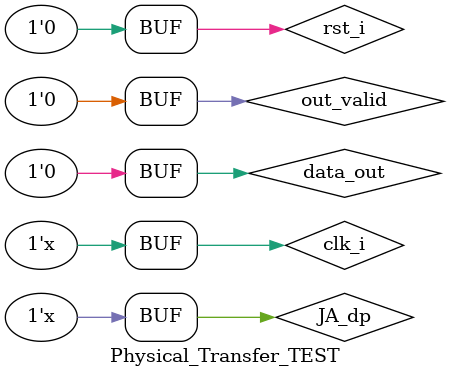
<source format=v>
`timescale 1ns / 1ps


module Physical_Transfer_TEST;

	// Inputs
	reg clk_i;
	reg rst_i;

	// Outputs
	wire [7:0] byte_i;

	// Bidirs
	wire JA_dp;
	wire JA_dn;

	// Instantiate the Unit Under Test (UUT)
	physical_transfer uut (
		.clk_i(clk_i), 
		.rst_i(rst_i), 
		.JA_dp(JA_dp), 
		.JA_dn(JA_dn), 
		.byte_i(byte_i)
	);
	reg out_valid;
	reg data_out;
	assign JA_dp = out_valid ? data_out : 1'bZ;
	initial begin
		// Initialize Inputs
		clk_i = 0;
		rst_i = 0;
		data_out = 0;
		out_valid = 0;
		// Wait 100 ns for global reset to finish
		#100;
      
		// Add stimulus here
		rst_i = 1;
		out_valid = 1;
		#10 data_out = 1;
		#10 data_out = 0;
		#10 data_out = 1;
		#10 data_out = 1;
		#10 data_out = 0;
		#10 data_out = 1;
		#10 data_out = 0;
		#10 data_out = 1;
		out_valid = 0;
		rst_i = 0;
		#10 data_out = 0;
	end
	always begin
		#5 clk_i = ~clk_i;
	end
endmodule


</source>
